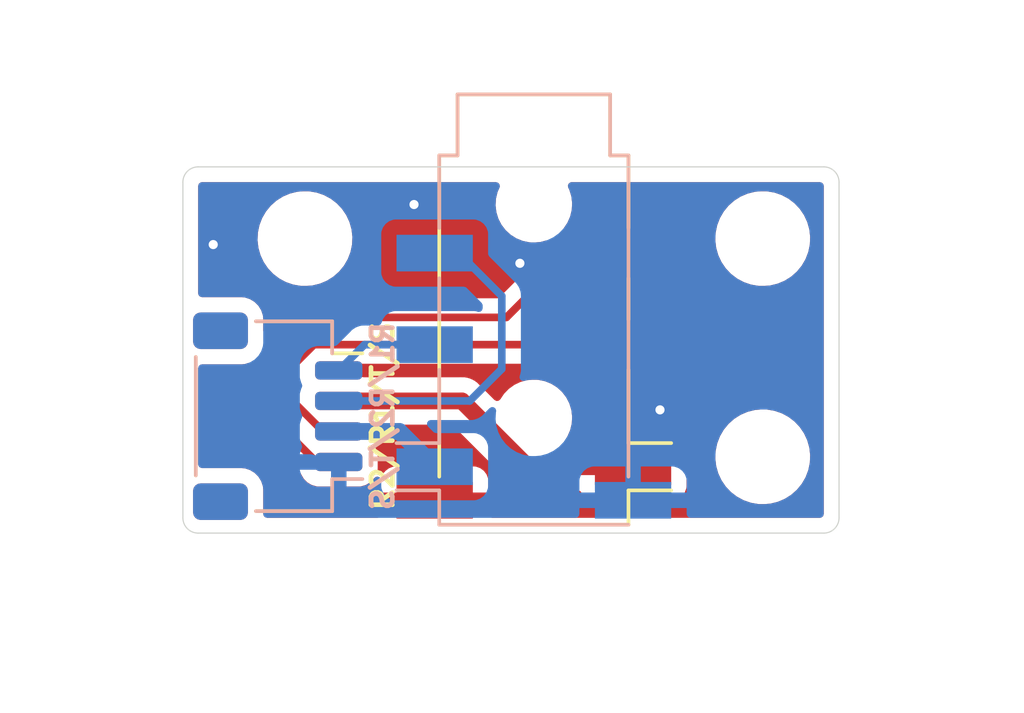
<source format=kicad_pcb>
(kicad_pcb (version 20211014) (generator pcbnew)
  (layers (0 "F.Cu" signal) (31 "B.Cu" signal) (34 "B.Paste" user) (35 "F.Paste" user) (36 "B.SilkS" user "B.Silkscreen") (37 "F.SilkS" user "F.Silkscreen") (38 "B.Mask" user) (39 "F.Mask" user) (44 "Edge.Cuts" user))
  (net 0 "")
  (net 1 "SDA")
  (net 2 "SCL")
  (net 3 "GND2")
  (net 4 "VBUS_TRRS")
  (net 5 "SDA_B")
  (net 6 "SCL_B")
  (net 7 "VBUS_TRRS_B")
  (footprint "ioparts:JST_SH_SM04B-SRSS-TB_1x04-1MP_P1.00mm_Horizontal" (layer "F.Cu") (at 91.607 52.17 -90)
    (fp_text reference "J7" hide)
    (fp_text value "Conn_01x04")
    (fp_line (start -2.06 -1.785) (end -2.06 -2.775) (layer "F.SilkS") (width 0.12))
    (fp_line (start -3.11 0.715) (end -3.11 -1.785) (layer "F.SilkS") (width 0.12))
    (fp_line (start 3.11 -1.785) (end 2.06 -1.785) (layer "F.SilkS") (width 0.12))
    (fp_line (start -1.94 2.685) (end 1.94 2.685) (layer "F.SilkS") (width 0.12))
    (fp_line (start -3.11 -1.785) (end -2.06 -1.785) (layer "F.SilkS") (width 0.12))
    (fp_line (start 3.11 0.715) (end 3.11 -1.785) (layer "F.SilkS") (width 0.12))
    (pad "1" smd roundrect (at -1.5 -2 270) (size 0.6 1.55) (layers "F.Cu" "F.Paste" "F.Mask") (net 3 "GND2"))
    (pad "2" smd roundrect (at -0.5 -2 270) (size 0.6 1.55) (layers "F.Cu" "F.Paste" "F.Mask") (net 4 "VBUS_TRRS"))
    (pad "3" smd roundrect (at 0.5 -2 270) (size 0.6 1.55) (layers "F.Cu" "F.Paste" "F.Mask") (net 2 "SCL"))
    (pad "4" smd roundrect (at 1.5 -2 270) (size 0.6 1.55) (layers "F.Cu" "F.Paste" "F.Mask") (net 1 "SDA"))
    (pad "MP" smd roundrect (at 2.8 1.875 270) (size 1.2 1.8) (layers "F.Cu" "F.Paste" "F.Mask") (roundrect_rratio 0.2083333333))
    (pad "MP" smd roundrect (at -2.8 1.875 270) (size 1.2 1.8) (layers "F.Cu" "F.Paste" "F.Mask") (roundrect_rratio 0.2083333333))
  )
  (footprint "MountingHole:MountingHole_2.1mm" (layer "F.Cu") (at 107.5 53.5)
    (fp_text reference "H3" hide)
    (fp_text value "MountingHole")
    (pad "" np_thru_hole circle (at 0 0) (size 2.1 2.1) (drill 2.1) (layers *.Cu *.Mask))
  )
  (footprint "MountingHole:MountingHole_2.1mm" (layer "F.Cu") (at 92.5 46.35)
    (fp_text reference "H1" hide)
    (fp_text value "MountingHole")
    (pad "" np_thru_hole circle (at 0 0) (size 2.1 2.1) (drill 2.1) (layers *.Cu *.Mask))
  )
  (footprint "Connector_Audio:Jack_3.5mm_PJ320D_Horizontal" (layer "F.Cu") (at 100 50 -90)
    (fp_text reference "J5" hide)
    (fp_text value "AudioJack4")
    (fp_line (start 0.65 -3.1) (end 3.05 -3.1) (layer "F.SilkS") (width 0.12))
    (fp_line (start 4.6 -3.1) (end 4.6 -4.5) (layer "F.SilkS") (width 0.12))
    (fp_line (start -6.375 2.5) (end -6.375 3.1) (layer "F.SilkS") (width 0.12))
    (fp_line (start -6.375 -3.1) (end -6.375 -2.5) (layer "F.SilkS") (width 0.12))
    (fp_line (start -6.375 2.5) (end -8.375 2.5) (layer "F.SilkS") (width 0.12))
    (fp_line (start -2.35 -3.1) (end -1 -3.1) (layer "F.SilkS") (width 0.12))
    (fp_line (start -6.375 -3.1) (end -4 -3.1) (layer "F.SilkS") (width 0.12))
    (fp_line (start 4.6 -3.1) (end 5.725 -3.1) (layer "F.SilkS") (width 0.12))
    (fp_line (start 4.15 3.1) (end -6.375 3.1) (layer "F.SilkS") (width 0.12))
    (fp_line (start -6.375 -2.5) (end -8.375 -2.5) (layer "F.SilkS") (width 0.12))
    (fp_line (start 3.05 -3.1) (end 3.05 -4.5) (layer "F.SilkS") (width 0.12))
    (fp_line (start -8.375 -2.5) (end -8.375 2.5) (layer "F.SilkS") (width 0.12))
    (fp_line (start 5.725 3.1) (end 5.725 -3.1) (layer "F.SilkS") (width 0.12))
    (pad "" np_thru_hole circle (at -4.775 0 270) (size 1.5 1.5) (drill 1.5) (layers *.Cu *.Mask))
    (pad "" np_thru_hole circle (at 2.225 0 270) (size 1.5 1.5) (drill 1.5) (layers *.Cu *.Mask))
    (pad "R1" smd rect (at -0.175 -3.25 270) (size 1.2 2.5) (layers "F.Cu" "F.Paste" "F.Mask") (net 2 "SCL"))
    (pad "R2" smd rect (at -3.175 -3.25 270) (size 1.2 2.5) (layers "F.Cu" "F.Paste" "F.Mask") (net 1 "SDA"))
    (pad "S" smd rect (at 4.925 3.25 270) (size 1.2 2.5) (layers "F.Cu" "F.Paste" "F.Mask") (net 3 "GND2"))
    (pad "T" smd rect (at 3.825 -3.25 270) (size 1.2 2.5) (layers "F.Cu" "F.Paste" "F.Mask") (net 4 "VBUS_TRRS"))
  )
  (footprint "MountingHole:MountingHole_2.1mm" (layer "F.Cu") (at 107.5 46.35)
    (fp_text reference "H2" hide)
    (fp_text value "MountingHole")
    (pad "" np_thru_hole circle (at 0 0) (size 2.1 2.1) (drill 2.1) (layers *.Cu *.Mask))
  )
  (footprint "Connector_Audio:Jack_3.5mm_PJ320D_Horizontal" (layer "B.Cu") (at 100 50 -90)
    (fp_text reference "J6" hide)
    (fp_text value "AudioJack4")
    (fp_line (start -8.375 2.5) (end -8.375 -2.5) (layer "B.SilkS") (width 0.12))
    (fp_line (start 0.65 3.1) (end 3.05 3.1) (layer "B.SilkS") (width 0.12))
    (fp_line (start -6.375 -2.5) (end -8.375 -2.5) (layer "B.SilkS") (width 0.12))
    (fp_line (start 4.6 3.1) (end 4.6 4.5) (layer "B.SilkS") (width 0.12))
    (fp_line (start -6.375 2.5) (end -8.375 2.5) (layer "B.SilkS") (width 0.12))
    (fp_line (start 4.6 3.1) (end 5.725 3.1) (layer "B.SilkS") (width 0.12))
    (fp_line (start -2.35 3.1) (end -1 3.1) (layer "B.SilkS") (width 0.12))
    (fp_line (start -6.375 3.1) (end -6.375 2.5) (layer "B.SilkS") (width 0.12))
    (fp_line (start -6.375 -2.5) (end -6.375 -3.1) (layer "B.SilkS") (width 0.12))
    (fp_line (start 4.15 -3.1) (end -6.375 -3.1) (layer "B.SilkS") (width 0.12))
    (fp_line (start 3.05 3.1) (end 3.05 4.5) (layer "B.SilkS") (width 0.12))
    (fp_line (start 5.725 -3.1) (end 5.725 3.1) (layer "B.SilkS") (width 0.12))
    (fp_line (start -6.375 3.1) (end -4 3.1) (layer "B.SilkS") (width 0.12))
    (pad "" np_thru_hole circle (at 2.225 0 270) (size 1.5 1.5) (drill 1.5) (layers *.Cu *.Mask))
    (pad "" np_thru_hole circle (at -4.775 0 270) (size 1.5 1.5) (drill 1.5) (layers *.Cu *.Mask))
    (pad "R1" smd rect (at -0.175 3.25 270) (size 1.2 2.5) (layers "B.Cu" "B.Paste" "B.Mask") (net 6 "SCL_B"))
    (pad "R2" smd rect (at -3.175 3.25 270) (size 1.2 2.5) (layers "B.Cu" "B.Paste" "B.Mask") (net 5 "SDA_B"))
    (pad "S" smd rect (at 4.925 -3.25 270) (size 1.2 2.5) (layers "B.Cu" "B.Paste" "B.Mask") (net 3 "GND2"))
    (pad "T" smd rect (at 3.825 3.25 270) (size 1.2 2.5) (layers "B.Cu" "B.Paste" "B.Mask") (net 7 "VBUS_TRRS_B"))
  )
  (footprint "ioparts:JST_SH_SM04B-SRSS-TB_1x04-1MP_P1.00mm_Horizontal" (layer "B.Cu") (at 91.607 52.17 90)
    (fp_text reference "J8" hide)
    (fp_text value "Conn_01x04")
    (fp_line (start -2.06 1.785) (end -2.06 2.775) (layer "B.SilkS") (width 0.12))
    (fp_line (start -1.94 -2.685) (end 1.94 -2.685) (layer "B.SilkS") (width 0.12))
    (fp_line (start -3.11 1.785) (end -2.06 1.785) (layer "B.SilkS") (width 0.12))
    (fp_line (start -3.11 -0.715) (end -3.11 1.785) (layer "B.SilkS") (width 0.12))
    (fp_line (start 3.11 -0.715) (end 3.11 1.785) (layer "B.SilkS") (width 0.12))
    (fp_line (start 3.11 1.785) (end 2.06 1.785) (layer "B.SilkS") (width 0.12))
    (pad "1" smd roundrect (at -1.5 2 90) (size 0.6 1.55) (layers "B.Cu" "B.Paste" "B.Mask") (net 3 "GND2"))
    (pad "2" smd roundrect (at -0.5 2 90) (size 0.6 1.55) (layers "B.Cu" "B.Paste" "B.Mask") (net 7 "VBUS_TRRS_B"))
    (pad "3" smd roundrect (at 0.5 2 90) (size 0.6 1.55) (layers "B.Cu" "B.Paste" "B.Mask") (net 5 "SDA_B"))
    (pad "4" smd roundrect (at 1.5 2 90) (size 0.6 1.55) (layers "B.Cu" "B.Paste" "B.Mask") (net 6 "SCL_B"))
    (pad "MP" smd roundrect (at 2.8 -1.875 90) (size 1.2 1.8) (layers "B.Cu" "B.Paste" "B.Mask") (roundrect_rratio 0.2083333333))
    (pad "MP" smd roundrect (at -2.8 -1.875 90) (size 1.2 1.8) (layers "B.Cu" "B.Paste" "B.Mask") (roundrect_rratio 0.2083333333))
  )
  (gr_arc (start 109.5 44) (mid 109.853553 44.146447) (end 110 44.5) (layer "Edge.Cuts") (width 0.0381))
  (gr_line (start 89 56) (end 109.5 56) (layer "Edge.Cuts") (width 0.0381))
  (gr_line (start 89 44) (end 109.5 44) (layer "Edge.Cuts") (width 0.0381))
  (gr_line (start 88.5 44.5) (end 88.5 55.5) (layer "Edge.Cuts") (width 0.0381))
  (gr_arc (start 88.5 44.5) (mid 88.646447 44.146447) (end 89 44.000001) (layer "Edge.Cuts") (width 0.0381))
  (gr_line (start 110 44.5) (end 110 55.5) (layer "Edge.Cuts") (width 0.0381))
  (gr_arc (start 109.999999 55.5) (mid 109.853553 55.853553) (end 109.5 55.999999) (layer "Edge.Cuts") (width 0.0381))
  (gr_arc (start 89 55.999999) (mid 88.646447 55.853553) (end 88.5 55.5) (layer "Edge.Cuts") (width 0.0381))
  (gr_text "R1/R2/T/S" (at 95.047 52.17 90) (layer "B.SilkS") (effects (font (size 0.7 0.7) (thickness 0.1524)) (justify mirror)))
  (gr_text "R2/R1/T/S" (at 95.047 52.17 90) (layer "F.SilkS") (effects (font (size 0.7 0.7) (thickness 0.1524))))
  (segment (start 101.209 46.825) (end 103.25 46.825) (width 0.25) (layer "F.Cu") (net 1))
  (segment (start 91.428 50.25552) (end 92.75152 48.932) (width 0.25) (layer "F.Cu") (net 1))
  (segment (start 99.102 48.932) (end 101.209 46.825) (width 0.25) (layer "F.Cu") (net 1))
  (segment (start 93.228 53.67) (end 92.875 53.67) (width 0.25) (layer "F.Cu") (net 1))
  (segment (start 92.75152 48.932) (end 99.102 48.932) (width 0.25) (layer "F.Cu") (net 1))
  (segment (start 91.428 52.223) (end 91.428 50.25552) (width 0.25) (layer "F.Cu") (net 1))
  (segment (start 92.875 53.67) (end 91.428 52.223) (width 0.25) (layer "F.Cu") (net 1))
  (segment (start 103.25 49.825) (end 92.797 49.825) (width 0.25) (layer "F.Cu") (net 2))
  (segment (start 92.049 51.625) (end 93.094 52.67) (width 0.25) (layer "F.Cu") (net 2))
  (segment (start 92.049 50.573) (end 92.049 51.625) (width 0.25) (layer "F.Cu") (net 2))
  (segment (start 92.797 49.825) (end 92.049 50.573) (width 0.25) (layer "F.Cu") (net 2))
  (segment (start 93.094 52.67) (end 93.264165 52.67) (width 0.25) (layer "F.Cu") (net 2))
  (via (at 89.494 46.546) (size 0.6) (drill 0.3) (layers "F.Cu" "B.Cu") (net 3))
  (via (at 104.133 51.962) (size 0.6) (drill 0.3) (layers "F.Cu" "B.Cu") (net 3))
  (via (at 96.073 45.234) (size 0.6) (drill 0.3) (layers "F.Cu" "B.Cu") (net 3))
  (via (at 99.54242 47.159507) (size 0.6) (drill 0.3) (layers "F.Cu" "B.Cu") (net 3))
  (segment (start 103.25 54.925) (end 103.25 52.845) (width 0.25) (layer "B.Cu") (net 3))
  (segment (start 103.25 52.845) (end 104.133 51.962) (width 0.25) (layer "B.Cu") (net 3))
  (segment (start 93.607 51.67) (end 97.642554 51.67) (width 0.55) (layer "F.Cu") (net 4))
  (segment (start 97.642554 51.67) (end 99.797554 53.825) (width 0.55) (layer "F.Cu") (net 4))
  (segment (start 99.797554 53.825) (end 103.25 53.825) (width 0.55) (layer "F.Cu") (net 4))
  (segment (start 97.9 51.67) (end 98.949 50.621) (width 0.25) (layer "B.Cu") (net 5))
  (segment (start 93.607 51.67) (end 97.9 51.67) (width 0.25) (layer "B.Cu") (net 5))
  (segment (start 98.949 50.621) (end 98.949 48.232) (width 0.25) (layer "B.Cu") (net 5))
  (segment (start 98.949 48.232) (end 97.542 46.825) (width 0.25) (layer "B.Cu") (net 5))
  (segment (start 93.607 50.67) (end 94.452 49.825) (width 0.25) (layer "B.Cu") (net 6))
  (segment (start 94.452 49.825) (end 96.75 49.825) (width 0.25) (layer "B.Cu") (net 6))
  (segment (start 93.607 52.67) (end 95.595 52.67) (width 0.55) (layer "B.Cu") (net 7))
  (segment (start 95.595 52.67) (end 96.75 53.825) (width 0.55) (layer "B.Cu") (net 7))
  (zone (net 3) (net_name "GND2") (layers F&B.Cu) (connect_pads (clearance 0.5)) (min_thickness 0.254) (fill yes (thermal_gap 0.508) (thermal_bridge_width 0.508))
    (polygon (pts (xy 115.329 60.902) (xy 82.507 61.911) (xy 84.249 39.54) (xy 116.063 38.532)))
  )
)
</source>
